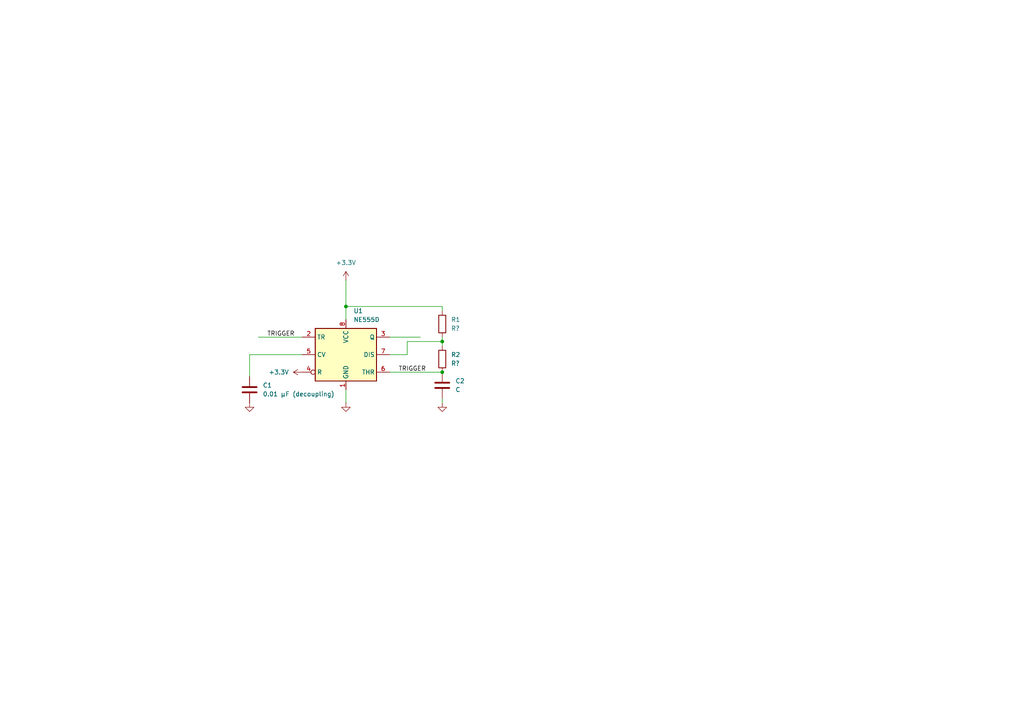
<source format=kicad_sch>
(kicad_sch (version 20231120) (generator "eeschema") (generator_version "8.0")
  (paper "A4")
  (lib_symbols
    (symbol "Device:C" (pin_numbers hide) (pin_names (offset 0.254))
      (property "Reference" "C" (at 0.635 2.54 0))
      (property "Value" "C" (at 0.635 -2.54 0))
      (symbol "C_0_1"
        (polyline (pts (xy -2.032 -0.762) (xy 2.032 -0.762)) (stroke (width 0.508)))
        (polyline (pts (xy -2.032 0.762) (xy 2.032 0.762)) (stroke (width 0.508)))
      )
      (symbol "C_1_1"
        (pin passive line (at 0 3.81 270) (length 2.794) (name "~") (number "1"))
        (pin passive line (at 0 -3.81 90) (length 2.794) (name "~") (number "2"))
      )
    )
    (symbol "Device:R" (pin_numbers hide) (pin_names (offset 0))
      (property "Reference" "R" (at 2.032 0 90))
      (property "Value" "R" (at 0 0 90))
      (symbol "R_0_1"
        (rectangle (start -1.016 -2.54) (end 1.016 2.54) (stroke (width 0.254)))
      )
      (symbol "R_1_1"
        (pin passive line (at 0 3.81 270) (length 1.27) (name "~") (number "1"))
        (pin passive line (at 0 -3.81 90) (length 1.27) (name "~") (number "2"))
      )
    )
    (symbol "Timer:NE555D"
      (property "Reference" "U" (at -10.16 8.89 0))
      (property "Value" "NE555D" (at 2.54 8.89 0))
      (symbol "NE555D_0_0"
        (pin power_in line (at 0 -10.16 90) (length 2.54) (name "GND") (number "1"))
        (pin power_in line (at 0 10.16 270) (length 2.54) (name "VCC") (number "8"))
      )
      (symbol "NE555D_0_1"
        (rectangle (start -8.89 -7.62) (end 8.89 7.62) (stroke (width 0.254)) (fill (type background)))
        (rectangle (start -8.89 -7.62) (end 8.89 7.62) (stroke (width 0.254)) (fill (type background)))
      )
      (symbol "NE555D_1_1"
        (pin input line (at -12.7 5.08 0) (length 3.81) (name "TR") (number "2"))
        (pin output line (at 12.7 5.08 180) (length 3.81) (name "Q") (number "3"))
        (pin input inverted (at -12.7 -5.08 0) (length 3.81) (name "R") (number "4"))
        (pin input line (at -12.7 0 0) (length 3.81) (name "CV") (number "5"))
        (pin input line (at 12.7 -5.08 180) (length 3.81) (name "THR") (number "6"))
        (pin input line (at 12.7 0 180) (length 3.81) (name "DIS") (number "7"))
      )
    )
    (symbol "power:+3.3V" (power) (pin_numbers hide) (pin_names (offset 0) hide)
      (property "Value" "+3.3V" (at 0 3.556 0))
      (symbol "+3.3V_0_1"
        (polyline (pts (xy -0.762 1.27) (xy 0 2.54)))
        (polyline (pts (xy 0 0) (xy 0 2.54)))
        (polyline (pts (xy 0 2.54) (xy 0.762 1.27)))
      )
      (symbol "+3.3V_1_1"
        (pin power_in line (at 0 0 90) (length 0) (name "~") (number "1"))
      )
    )
    (symbol "power:GND" (power) (pin_numbers hide) (pin_names (offset 0) hide)
      (property "Value" "GND" (at 0 -3.81 0))
      (symbol "GND_0_1"
        (polyline (pts (xy 0 0) (xy 0 -1.27) (xy 1.27 -1.27) (xy 0 -2.54) (xy -1.27 -1.27) (xy 0 -1.27)))
      )
      (symbol "GND_1_1"
        (pin power_in line (at 0 0 270) (length 0) (name "~") (number "1"))
      )
    )
  )
  (junction (at 128.27 99.06))
  (junction (at 100.33 88.9))
  (junction (at 128.27 107.95))
  (wire (pts (xy 100.33 88.9) (xy 100.33 92.71)))
  (wire (pts (xy 128.27 115.57) (xy 128.27 116.84)))
  (wire (pts (xy 87.63 102.87) (xy 72.39 102.87)))
  (wire (pts (xy 113.03 102.87) (xy 118.11 102.87)))
  (wire (pts (xy 113.03 107.95) (xy 128.27 107.95)))
  (wire (pts (xy 118.11 102.87) (xy 118.11 99.06)))
  (wire (pts (xy 128.27 100.33) (xy 128.27 99.06)))
  (wire (pts (xy 118.11 99.06) (xy 128.27 99.06)))
  (wire (pts (xy 128.27 99.06) (xy 128.27 97.79)))
  (wire (pts (xy 128.27 88.9) (xy 128.27 90.17)))
  (wire (pts (xy 74.93 97.79) (xy 87.63 97.79)))
  (wire (pts (xy 100.33 113.03) (xy 100.33 116.84)))
  (wire (pts (xy 72.39 102.87) (xy 72.39 109.22)))
  (wire (pts (xy 100.33 81.28) (xy 100.33 88.9)))
  (wire (pts (xy 100.33 88.9) (xy 128.27 88.9)))
  (wire (pts (xy 113.03 97.79) (xy 121.92 97.79)))
  (label "TRIGGER" (at 115.57 107.95 0))
  (label "TRIGGER" (at 77.47 97.79 0))
  (symbol (lib_id "Device:R") (at 128.27 104.14 0) (unit 1)
    (property "Reference" "R2" (at 130.81 102.8699 0) (effects (justify left)))
    (property "Value" "R?" (at 130.81 105.4099 0) (effects (justify left)))
    (property "Footprint" "Resistor_SMD:R_0603_1608Metric_Pad0.98x0.95mm_HandSolder" (effects (hide yes)))
    (property "Description" "Resistor" (effects (hide yes)))
  )
  (symbol (lib_id "power:GND") (at 72.39 116.84 0) (unit 1)
    (property "Reference" "#PWR06" (effects (hide yes)))
    (property "Value" "GND" (effects (hide yes)))
    (property "Description" "Power symbol creates a global label with name \"GND\" , ground" (effects (hide yes)))
  )
  (symbol (lib_id "Device:C") (at 72.39 113.03 0) (unit 1)
    (property "Reference" "C1" (at 76.2 111.7599 0) (effects (justify left)))
    (property "Value" "0.01 µF (decoupling)" (at 76.2 114.2999 0) (effects (justify left)))
    (property "Footprint" "Capacitor_SMD:C_0603_1608Metric" (effects (hide yes)))
    (property "Description" "Unpolarized capacitor" (effects (hide yes)))
  )
  (symbol (lib_id "power:GND") (at 128.27 116.84 0) (unit 1)
    (property "Reference" "#PWR08" (effects (hide yes)))
    (property "Value" "GND" (effects (hide yes)))
    (property "Description" "Power symbol creates a global label with name \"GND\" , ground" (effects (hide yes)))
  )
  (symbol (lib_id "Device:C") (at 128.27 111.76 0) (unit 1)
    (property "Reference" "C2" (at 132.08 110.4899 0) (effects (justify left)))
    (property "Value" "C" (at 132.08 113.0299 0) (effects (justify left)))
    (property "Footprint" "Capacitor_SMD:C_0603_1608Metric_Pad1.08x0.95mm_HandSolder" (effects (hide yes)))
    (property "Description" "Unpolarized capacitor" (effects (hide yes)))
  )
  (symbol (lib_id "Device:R") (at 128.27 93.98 0) (unit 1)
    (property "Reference" "R1" (at 130.81 92.7099 0) (effects (justify left)))
    (property "Value" "R?" (at 130.81 95.2499 0) (effects (justify left)))
    (property "Footprint" "Resistor_SMD:R_0603_1608Metric_Pad0.98x0.95mm_HandSolder" (effects (hide yes)))
    (property "Description" "Resistor" (effects (hide yes)))
  )
  (symbol (lib_id "power:+3.3V") (at 100.33 81.28 0) (unit 1)
    (property "Reference" "#PWR04" (effects (hide yes)))
    (property "Value" "+3.3V" (at 100.33 76.2 0))
    (property "Description" "Power symbol creates a global label with name \"+3.3V\"" (effects (hide yes)))
  )
  (symbol (lib_id "power:+3.3V") (at 87.63 107.95 90) (unit 1)
    (property "Reference" "#PWR05" (effects (hide yes)))
    (property "Value" "+3.3V" (at 83.82 107.9499 90) (effects (justify left)))
    (property "Description" "Power symbol creates a global label with name \"+3.3V\"" (effects (hide yes)))
  )
  (symbol (lib_id "power:GND") (at 100.33 116.84 0) (unit 1)
    (property "Reference" "#PWR07" (effects (hide yes)))
    (property "Value" "GND" (effects (hide yes)))
    (property "Description" "Power symbol creates a global label with name \"GND\" , ground" (effects (hide yes)))
  )
  (symbol (lib_id "Timer:NE555D") (at 100.33 102.87 0) (unit 1)
    (property "Reference" "U1" (at 102.5241 90.17 0) (effects (justify left)))
    (property "Value" "NE555D" (at 102.5241 92.71 0) (effects (justify left)))
    (property "Footprint" "Package_SO:SOIC-8_3.9x4.9mm_P1.27mm" (effects (hide yes)))
    (property "Datasheet" "http://www.ti.com/lit/ds/symlink/ne555.pdf" (effects (hide yes)))
    (property "Description" "Precision Timers, 555 compatible, SOIC-8" (effects (hide yes)))
  )
)
</source>
